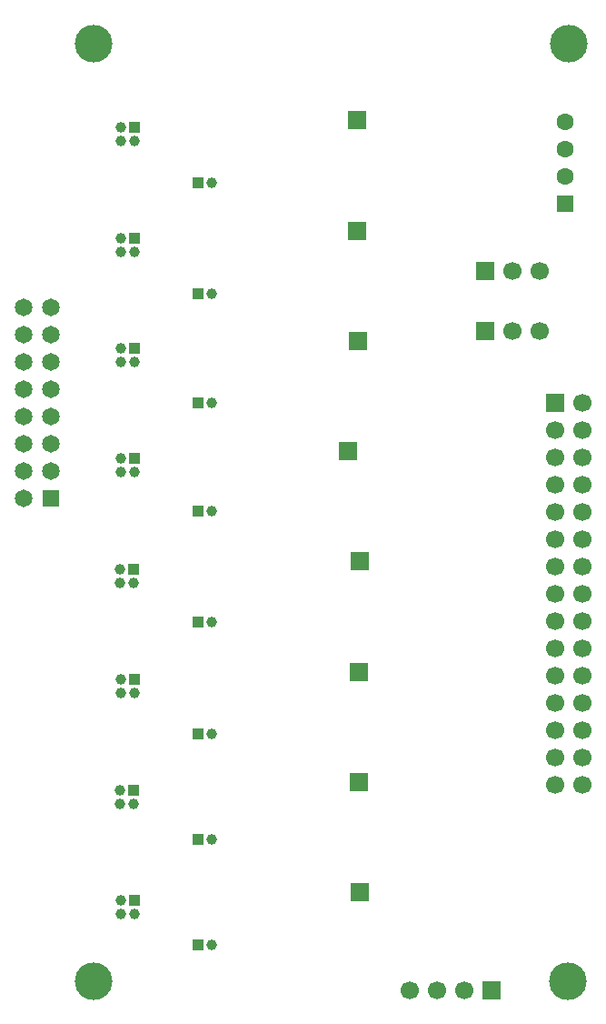
<source format=gbr>
%TF.GenerationSoftware,KiCad,Pcbnew,9.0.2*%
%TF.CreationDate,2025-07-04T16:23:48+10:00*%
%TF.ProjectId,v8a_equip_digital_in_iso_IDC,7638615f-6571-4756-9970-5f6469676974,rev?*%
%TF.SameCoordinates,Original*%
%TF.FileFunction,Soldermask,Bot*%
%TF.FilePolarity,Negative*%
%FSLAX46Y46*%
G04 Gerber Fmt 4.6, Leading zero omitted, Abs format (unit mm)*
G04 Created by KiCad (PCBNEW 9.0.2) date 2025-07-04 16:23:48*
%MOMM*%
%LPD*%
G01*
G04 APERTURE LIST*
%ADD10R,1.700000X1.700000*%
%ADD11C,1.700000*%
%ADD12C,3.500000*%
%ADD13R,1.000000X1.000000*%
%ADD14C,1.000000*%
%ADD15R,1.600000X1.600000*%
%ADD16C,1.600000*%
%ADD17R,1.650000X1.650000*%
%ADD18C,1.650000*%
G04 APERTURE END LIST*
D10*
%TO.C,J18*%
X36753800Y-83058000D03*
%TD*%
%TO.C,J1*%
X36576000Y-11176000D03*
%TD*%
%TO.C,JP1*%
X48463200Y-30759400D03*
D11*
X51003200Y-30759400D03*
X53543200Y-30759400D03*
%TD*%
D10*
%TO.C,J5*%
X54991000Y-37465000D03*
D11*
X57531000Y-37465000D03*
X54991000Y-40005000D03*
X57531000Y-40005000D03*
X54991000Y-42545000D03*
X57531000Y-42545000D03*
X54991000Y-45085000D03*
X57531000Y-45085000D03*
X54991000Y-47625000D03*
X57531000Y-47625000D03*
X54991000Y-50165000D03*
X57531000Y-50165000D03*
X54991000Y-52705000D03*
X57531000Y-52705000D03*
X54991000Y-55245000D03*
X57531000Y-55245000D03*
X54991000Y-57785000D03*
X57531000Y-57785000D03*
X54991000Y-60325000D03*
X57531000Y-60325000D03*
X54991000Y-62865000D03*
X57531000Y-62865000D03*
X54991000Y-65405000D03*
X57531000Y-65405000D03*
X54991000Y-67945000D03*
X57531000Y-67945000D03*
X54991000Y-70485000D03*
X57531000Y-70485000D03*
X54991000Y-73025000D03*
X57531000Y-73025000D03*
%TD*%
D12*
%TO.C,H4*%
X56184800Y-91287600D03*
%TD*%
D10*
%TO.C,J7*%
X36550600Y-21444857D03*
%TD*%
D13*
%TO.C,J23*%
X21717000Y-47523400D03*
D14*
X22987000Y-47523400D03*
%TD*%
D10*
%TO.C,J12*%
X36652200Y-31713714D03*
%TD*%
D13*
%TO.C,J17*%
X15759263Y-83820000D03*
D14*
X15759263Y-85090000D03*
X14489263Y-83820000D03*
X14489263Y-85090000D03*
%TD*%
D13*
%TO.C,J8*%
X15773400Y-63246000D03*
D14*
X15773400Y-64516000D03*
X14503400Y-63246000D03*
X14503400Y-64516000D03*
%TD*%
D13*
%TO.C,J13*%
X15748000Y-73507600D03*
D14*
X15748000Y-74777600D03*
X14478000Y-73507600D03*
X14478000Y-74777600D03*
%TD*%
D15*
%TO.C,U9*%
X55956200Y-18948400D03*
D16*
X55956200Y-16408400D03*
X55956200Y-13868400D03*
X55956200Y-11328400D03*
%TD*%
D13*
%TO.C,J3*%
X15748000Y-52984400D03*
D14*
X15748000Y-54254400D03*
X14478000Y-52984400D03*
X14478000Y-54254400D03*
%TD*%
D10*
%TO.C,JP2*%
X48463200Y-25222200D03*
D11*
X51003200Y-25222200D03*
X53543200Y-25222200D03*
%TD*%
D13*
%TO.C,J20*%
X21717000Y-27279600D03*
D14*
X22987000Y-27279600D03*
%TD*%
D13*
%TO.C,J6*%
X15759263Y-22132982D03*
D14*
X15759263Y-23402982D03*
X14489263Y-22132982D03*
X14489263Y-23402982D03*
%TD*%
D10*
%TO.C,CON1*%
X49072800Y-92176600D03*
D11*
X46532800Y-92176600D03*
X43992800Y-92176600D03*
X41452800Y-92176600D03*
%TD*%
D10*
%TO.C,J16*%
X35661600Y-41935400D03*
%TD*%
D13*
%TO.C,J15*%
X15759263Y-42663439D03*
D14*
X15759263Y-43933439D03*
X14489263Y-42663439D03*
X14489263Y-43933439D03*
%TD*%
D12*
%TO.C,H3*%
X56235600Y-4007600D03*
%TD*%
D10*
%TO.C,J9*%
X36703000Y-62520286D03*
%TD*%
%TO.C,J14*%
X36677600Y-72789143D03*
%TD*%
D13*
%TO.C,J22*%
X21717000Y-57861200D03*
D14*
X22987000Y-57861200D03*
%TD*%
D13*
%TO.C,J2*%
X15759263Y-11867753D03*
D14*
X15759263Y-13137753D03*
X14489263Y-11867753D03*
X14489263Y-13137753D03*
%TD*%
D17*
%TO.C,J10*%
X7975600Y-46355000D03*
D18*
X5435600Y-46355000D03*
X7975600Y-43815000D03*
X5435600Y-43815000D03*
X7975600Y-41275000D03*
X5435600Y-41275000D03*
X7975600Y-38735000D03*
X5435600Y-38735000D03*
X7975600Y-36195000D03*
X5435600Y-36195000D03*
X7975600Y-33655000D03*
X5435600Y-33655000D03*
X7975600Y-31115000D03*
X5435600Y-31115000D03*
X7975600Y-28575000D03*
X5435600Y-28575000D03*
%TD*%
D13*
%TO.C,J24*%
X21742400Y-87909400D03*
D14*
X23012400Y-87909400D03*
%TD*%
D13*
%TO.C,J19*%
X21717000Y-37490400D03*
D14*
X22987000Y-37490400D03*
%TD*%
D12*
%TO.C,H1*%
X12000000Y-4007600D03*
%TD*%
D13*
%TO.C,J26*%
X21717000Y-16992600D03*
D14*
X22987000Y-16992600D03*
%TD*%
D12*
%TO.C,H2*%
X12000000Y-91287600D03*
%TD*%
D13*
%TO.C,J25*%
X21717000Y-78130400D03*
D14*
X22987000Y-78130400D03*
%TD*%
D10*
%TO.C,J4*%
X36753800Y-52251429D03*
%TD*%
D13*
%TO.C,J21*%
X21717000Y-68300600D03*
D14*
X22987000Y-68300600D03*
%TD*%
D13*
%TO.C,J11*%
X15759263Y-32398210D03*
D14*
X15759263Y-33668210D03*
X14489263Y-32398210D03*
X14489263Y-33668210D03*
%TD*%
M02*

</source>
